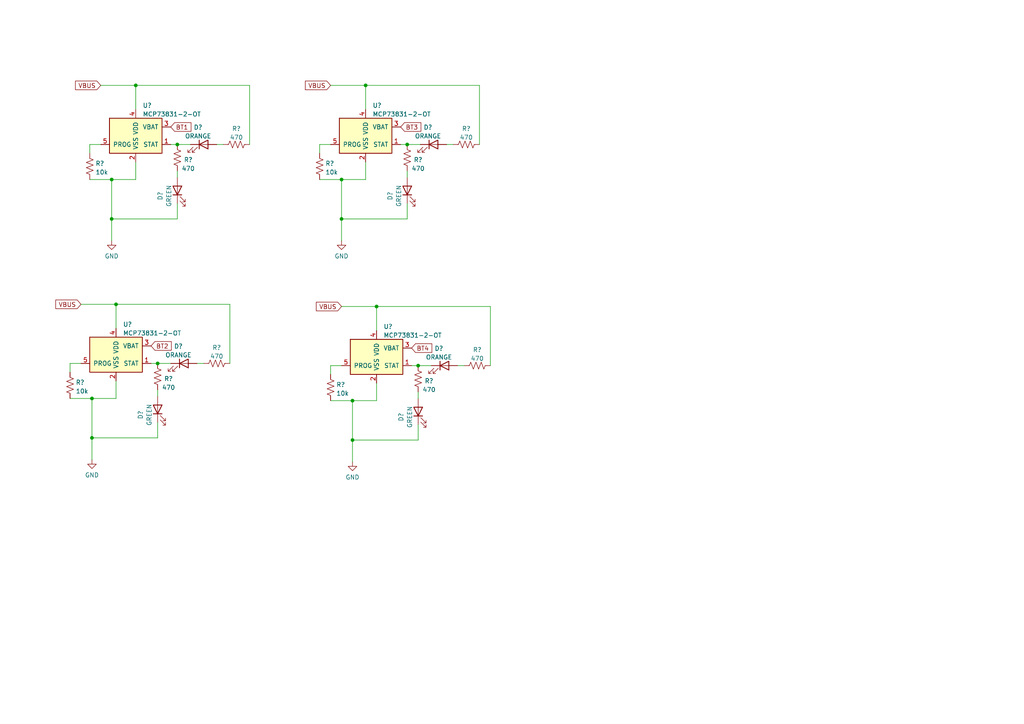
<source format=kicad_sch>
(kicad_sch (version 20211123) (generator eeschema)
  (paper "A4")
  (lib_symbols
    (symbol "Battery_Management:MCP73831-2-OT" (pin_names (offset 1.016))
      (property "Reference" "U" (at -7.62 6.35 0))
      (property "Value" "MCP73831-2-OT" (at 1.27 6.35 0))
      (symbol "MCP73831-2-OT_0_1"
        (rectangle (start -7.62 5.08) (end 7.62 -5.08) (stroke (width 0.254)) (fill (type background)))
      )
      (symbol "MCP73831-2-OT_1_1"
        (pin output line (at 10.16 -2.54 180) (length 2.54) (name "STAT") (number "1"))
        (pin power_in line (at 0 -7.62 90) (length 2.54) (name "VSS") (number "2"))
        (pin power_out line (at 10.16 2.54 180) (length 2.54) (name "VBAT") (number "3"))
        (pin power_in line (at 0 7.62 270) (length 2.54) (name "VDD") (number "4"))
        (pin input line (at -10.16 -2.54 0) (length 2.54) (name "PROG") (number "5"))
      )
    )
    (symbol "Device:LED" (pin_numbers hide) (pin_names (offset 1.016) hide)
      (property "Reference" "D" (at 0 2.54 0))
      (property "Value" "LED" (at 0 -2.54 0))
      (symbol "LED_0_1"
        (polyline (pts (xy -1.27 -1.27) (xy -1.27 1.27)) (stroke (width 0.254)))
        (polyline (pts (xy -1.27 0) (xy 1.27 0)))
        (polyline (pts (xy 1.27 -1.27) (xy 1.27 1.27) (xy -1.27 0) (xy 1.27 -1.27)) (stroke (width 0.254)))
        (polyline (pts (xy -3.048 -0.762) (xy -4.572 -2.286) (xy -3.81 -2.286) (xy -4.572 -2.286) (xy -4.572 -1.524)))
        (polyline (pts (xy -1.778 -0.762) (xy -3.302 -2.286) (xy -2.54 -2.286) (xy -3.302 -2.286) (xy -3.302 -1.524)))
      )
      (symbol "LED_1_1"
        (pin passive line (at -3.81 0 0) (length 2.54) (name "K") (number "1"))
        (pin passive line (at 3.81 0 180) (length 2.54) (name "A") (number "2"))
      )
    )
    (symbol "Device:R_US" (pin_numbers hide) (pin_names (offset 0))
      (property "Reference" "R" (at 2.54 0 90))
      (property "Value" "R_US" (at -2.54 0 90))
      (symbol "R_US_0_1"
        (polyline (pts (xy 0 -2.286) (xy 0 -2.54)))
        (polyline (pts (xy 0 2.286) (xy 0 2.54)))
        (polyline (pts (xy 0 -0.762) (xy 1.016 -1.143) (xy 0 -1.524) (xy -1.016 -1.905) (xy 0 -2.286)))
        (polyline (pts (xy 0 0.762) (xy 1.016 0.381) (xy 0 0) (xy -1.016 -0.381) (xy 0 -0.762)))
        (polyline (pts (xy 0 2.286) (xy 1.016 1.905) (xy 0 1.524) (xy -1.016 1.143) (xy 0 0.762)))
      )
      (symbol "R_US_1_1"
        (pin passive line (at 0 3.81 270) (length 1.27) (name "~") (number "1"))
        (pin passive line (at 0 -3.81 90) (length 1.27) (name "~") (number "2"))
      )
    )
    (symbol "power:GND" (power) (pin_names (offset 0))
      (property "Value" "GND" (at 0 -3.81 0))
      (symbol "GND_0_1"
        (polyline (pts (xy 0 0) (xy 0 -1.27) (xy 1.27 -1.27) (xy 0 -2.54) (xy -1.27 -1.27) (xy 0 -1.27)))
      )
      (symbol "GND_1_1"
        (pin power_in line (at 0 0 270) (length 0) hide (name "GND") (number "1"))
      )
    )
  )
  (junction (at 109.22 88.9))
  (junction (at 102.235 127.635))
  (junction (at 106.045 24.765))
  (junction (at 121.285 106.045))
  (junction (at 33.655 88.265))
  (junction (at 32.385 63.5))
  (junction (at 99.06 52.07))
  (junction (at 99.06 63.5))
  (junction (at 39.37 24.765))
  (junction (at 118.11 41.91))
  (junction (at 26.67 115.57))
  (junction (at 45.72 105.41))
  (junction (at 51.435 41.91))
  (junction (at 26.67 127))
  (junction (at 102.235 116.205))
  (junction (at 32.385 52.07))
  (wire (pts (xy 102.235 116.205) (xy 95.885 116.205)))
  (wire (pts (xy 118.11 49.53) (xy 118.11 51.435)))
  (wire (pts (xy 39.37 46.99) (xy 39.37 52.07)))
  (wire (pts (xy 45.72 122.555) (xy 45.72 127)))
  (wire (pts (xy 102.235 116.205) (xy 102.235 127.635)))
  (wire (pts (xy 95.885 108.585) (xy 95.885 106.045)))
  (wire (pts (xy 95.885 24.765) (xy 106.045 24.765)))
  (wire (pts (xy 23.495 88.265) (xy 33.655 88.265)))
  (wire (pts (xy 99.06 88.9) (xy 109.22 88.9)))
  (wire (pts (xy 129.54 41.91) (xy 131.445 41.91)))
  (wire (pts (xy 33.655 115.57) (xy 26.67 115.57)))
  (wire (pts (xy 121.285 127.635) (xy 102.235 127.635)))
  (wire (pts (xy 32.385 52.07) (xy 32.385 63.5)))
  (wire (pts (xy 121.285 123.19) (xy 121.285 127.635)))
  (wire (pts (xy 33.655 88.265) (xy 33.655 95.25)))
  (wire (pts (xy 49.53 41.91) (xy 51.435 41.91)))
  (wire (pts (xy 132.715 106.045) (xy 134.62 106.045)))
  (wire (pts (xy 72.39 24.765) (xy 39.37 24.765)))
  (wire (pts (xy 99.06 52.07) (xy 92.71 52.07)))
  (wire (pts (xy 26.67 127) (xy 26.67 133.35)))
  (wire (pts (xy 39.37 24.765) (xy 39.37 31.75)))
  (wire (pts (xy 66.675 105.41) (xy 66.675 88.265)))
  (wire (pts (xy 51.435 63.5) (xy 32.385 63.5)))
  (wire (pts (xy 116.205 41.91) (xy 118.11 41.91)))
  (wire (pts (xy 99.06 63.5) (xy 99.06 69.85)))
  (wire (pts (xy 121.285 106.045) (xy 125.095 106.045)))
  (wire (pts (xy 26.035 41.91) (xy 29.21 41.91)))
  (wire (pts (xy 26.67 115.57) (xy 20.32 115.57)))
  (wire (pts (xy 45.72 127) (xy 26.67 127)))
  (wire (pts (xy 66.675 88.265) (xy 33.655 88.265)))
  (wire (pts (xy 20.32 105.41) (xy 23.495 105.41)))
  (wire (pts (xy 95.885 106.045) (xy 99.06 106.045)))
  (wire (pts (xy 26.67 115.57) (xy 26.67 127)))
  (wire (pts (xy 121.285 113.665) (xy 121.285 115.57)))
  (wire (pts (xy 62.865 41.91) (xy 64.77 41.91)))
  (wire (pts (xy 92.71 44.45) (xy 92.71 41.91)))
  (wire (pts (xy 106.045 52.07) (xy 99.06 52.07)))
  (wire (pts (xy 142.24 88.9) (xy 109.22 88.9)))
  (wire (pts (xy 118.11 63.5) (xy 99.06 63.5)))
  (wire (pts (xy 57.15 105.41) (xy 59.055 105.41)))
  (wire (pts (xy 32.385 63.5) (xy 32.385 69.85)))
  (wire (pts (xy 43.815 105.41) (xy 45.72 105.41)))
  (wire (pts (xy 109.22 116.205) (xy 102.235 116.205)))
  (wire (pts (xy 106.045 24.765) (xy 106.045 31.75)))
  (wire (pts (xy 72.39 41.91) (xy 72.39 24.765)))
  (wire (pts (xy 118.11 41.91) (xy 121.92 41.91)))
  (wire (pts (xy 45.72 105.41) (xy 49.53 105.41)))
  (wire (pts (xy 92.71 41.91) (xy 95.885 41.91)))
  (wire (pts (xy 45.72 113.03) (xy 45.72 114.935)))
  (wire (pts (xy 29.21 24.765) (xy 39.37 24.765)))
  (wire (pts (xy 26.035 44.45) (xy 26.035 41.91)))
  (wire (pts (xy 51.435 59.055) (xy 51.435 63.5)))
  (wire (pts (xy 142.24 106.045) (xy 142.24 88.9)))
  (wire (pts (xy 102.235 127.635) (xy 102.235 133.985)))
  (wire (pts (xy 33.655 110.49) (xy 33.655 115.57)))
  (wire (pts (xy 51.435 49.53) (xy 51.435 51.435)))
  (wire (pts (xy 109.22 88.9) (xy 109.22 95.885)))
  (wire (pts (xy 118.11 59.055) (xy 118.11 63.5)))
  (wire (pts (xy 139.065 41.91) (xy 139.065 24.765)))
  (wire (pts (xy 106.045 46.99) (xy 106.045 52.07)))
  (wire (pts (xy 99.06 52.07) (xy 99.06 63.5)))
  (wire (pts (xy 109.22 111.125) (xy 109.22 116.205)))
  (wire (pts (xy 20.32 107.95) (xy 20.32 105.41)))
  (wire (pts (xy 32.385 52.07) (xy 26.035 52.07)))
  (wire (pts (xy 119.38 106.045) (xy 121.285 106.045)))
  (wire (pts (xy 51.435 41.91) (xy 55.245 41.91)))
  (wire (pts (xy 139.065 24.765) (xy 106.045 24.765)))
  (wire (pts (xy 39.37 52.07) (xy 32.385 52.07)))
  (global_label "BT3" (shape input) (at 116.205 36.83 0) (property "Intersheet References" "${INTERSHEET_REFS}" (effects hide)))
  (global_label "BT2" (shape input) (at 43.815 100.33 0) (property "Intersheet References" "${INTERSHEET_REFS}" (effects hide)))
  (global_label "VBUS" (shape input) (at 95.885 24.765 180) (property "Intersheet References" "${INTERSHEET_REFS}" (effects hide)))
  (global_label "VBUS" (shape input) (at 29.21 24.765 180) (property "Intersheet References" "${INTERSHEET_REFS}" (effects hide)))
  (global_label "VBUS" (shape input) (at 99.06 88.9 180) (property "Intersheet References" "${INTERSHEET_REFS}" (effects hide)))
  (global_label "VBUS" (shape input) (at 23.495 88.265 180) (property "Intersheet References" "${INTERSHEET_REFS}" (effects hide)))
  (global_label "BT4" (shape input) (at 119.38 100.965 0) (property "Intersheet References" "${INTERSHEET_REFS}" (effects hide)))
  (global_label "BT1" (shape input) (at 49.53 36.83 0) (property "Intersheet References" "${INTERSHEET_REFS}" (effects hide)))
  (symbol (lib_id "Device:R_US") (at 121.285 109.855 180) (unit 1)
    (property "Reference" "R?" (at 124.46 110.4931 0))
    (property "Value" "470" (at 124.46 113.03 0))
    (property "Footprint" "Resistor_SMD:R_0805_2012Metric" (effects hide))
  )
  (symbol (lib_id "Device:LED") (at 128.905 106.045 0) (unit 1)
    (property "Reference" "D?" (at 127.3175 101.0752 0))
    (property "Value" "ORANGE" (at 127.3175 103.6121 0))
    (property "Footprint" "LED_SMD:LED_0805_2012Metric" (effects hide))
  )
  (symbol (lib_id "Device:R_US") (at 68.58 41.91 90) (unit 1)
    (property "Reference" "R?" (at 68.58 37.3212 90))
    (property "Value" "470" (at 68.58 39.8581 90))
    (property "Footprint" "Resistor_SMD:R_0805_2012Metric" (effects hide))
  )
  (symbol (lib_id "Device:LED") (at 45.72 118.745 90) (unit 1)
    (property "Reference" "D?" (at 40.7502 120.3325 0))
    (property "Value" "GREEN" (at 43.2871 120.3325 0))
    (property "Footprint" "LED_SMD:LED_0805_2012Metric" (effects hide))
  )
  (symbol (lib_id "Device:R_US") (at 92.71 48.26 0) (unit 1)
    (property "Reference" "R?" (at 94.361 47.4253 0) (effects (justify left)))
    (property "Value" "10k" (at 94.361 49.9622 0) (effects (justify left)))
    (property "Footprint" "Resistor_SMD:R_0805_2012Metric" (effects hide))
  )
  (symbol (lib_id "Battery_Management:MCP73831-2-OT") (at 33.655 102.87 0) (unit 1)
    (property "Reference" "U?" (at 35.6744 94.0902 0) (effects (justify left)))
    (property "Value" "MCP73831-2-OT" (at 35.6744 96.6271 0) (effects (justify left)))
    (property "Footprint" "Package_TO_SOT_SMD:SOT-23-5" (effects hide))
    (property "Datasheet" "http://ww1.microchip.com/downloads/en/DeviceDoc/20001984g.pdf" (effects hide))
  )
  (symbol (lib_id "Device:R_US") (at 138.43 106.045 90) (unit 1)
    (property "Reference" "R?" (at 138.43 101.4562 90))
    (property "Value" "470" (at 138.43 103.9931 90))
    (property "Footprint" "Resistor_SMD:R_0805_2012Metric" (effects hide))
  )
  (symbol (lib_id "Device:R_US") (at 118.11 45.72 180) (unit 1)
    (property "Reference" "R?" (at 121.285 46.3581 0))
    (property "Value" "470" (at 121.285 48.895 0))
    (property "Footprint" "Resistor_SMD:R_0805_2012Metric" (effects hide))
  )
  (symbol (lib_id "Device:LED") (at 59.055 41.91 0) (unit 1)
    (property "Reference" "D?" (at 57.4675 36.9402 0))
    (property "Value" "ORANGE" (at 57.4675 39.4771 0))
    (property "Footprint" "LED_SMD:LED_0805_2012Metric" (effects hide))
  )
  (symbol (lib_id "Device:R_US") (at 62.865 105.41 90) (unit 1)
    (property "Reference" "R?" (at 62.865 100.8212 90))
    (property "Value" "470" (at 62.865 103.3581 90))
    (property "Footprint" "Resistor_SMD:R_0805_2012Metric" (effects hide))
  )
  (symbol (lib_id "Battery_Management:MCP73831-2-OT") (at 39.37 39.37 0) (unit 1)
    (property "Reference" "U?" (at 41.3894 30.5902 0) (effects (justify left)))
    (property "Value" "MCP73831-2-OT" (at 41.3894 33.1271 0) (effects (justify left)))
    (property "Footprint" "Package_TO_SOT_SMD:SOT-23-5" (effects hide))
    (property "Datasheet" "http://ww1.microchip.com/downloads/en/DeviceDoc/20001984g.pdf" (effects hide))
  )
  (symbol (lib_id "Device:R_US") (at 95.885 112.395 0) (unit 1)
    (property "Reference" "R?" (at 97.536 111.5603 0) (effects (justify left)))
    (property "Value" "10k" (at 97.536 114.0972 0) (effects (justify left)))
    (property "Footprint" "Resistor_SMD:R_0805_2012Metric" (effects hide))
  )
  (symbol (lib_id "Device:LED") (at 118.11 55.245 90) (unit 1)
    (property "Reference" "D?" (at 113.1402 56.8325 0))
    (property "Value" "GREEN" (at 115.6771 56.8325 0))
    (property "Footprint" "LED_SMD:LED_0805_2012Metric" (effects hide))
  )
  (symbol (lib_id "Device:LED") (at 125.73 41.91 0) (unit 1)
    (property "Reference" "D?" (at 124.1425 36.9402 0))
    (property "Value" "ORANGE" (at 124.1425 39.4771 0))
    (property "Footprint" "LED_SMD:LED_0805_2012Metric" (effects hide))
  )
  (symbol (lib_id "Device:R_US") (at 135.255 41.91 90) (unit 1)
    (property "Reference" "R?" (at 135.255 37.3212 90))
    (property "Value" "470" (at 135.255 39.8581 90))
    (property "Footprint" "Resistor_SMD:R_0805_2012Metric" (effects hide))
  )
  (symbol (lib_id "Battery_Management:MCP73831-2-OT") (at 109.22 103.505 0) (unit 1)
    (property "Reference" "U?" (at 111.2394 94.7252 0) (effects (justify left)))
    (property "Value" "MCP73831-2-OT" (at 111.2394 97.2621 0) (effects (justify left)))
    (property "Footprint" "Package_TO_SOT_SMD:SOT-23-5" (effects hide))
    (property "Datasheet" "http://ww1.microchip.com/downloads/en/DeviceDoc/20001984g.pdf" (effects hide))
  )
  (symbol (lib_id "power:GND") (at 102.235 133.985 0) (unit 1)
    (property "Reference" "#PWR?" (effects hide))
    (property "Value" "GND" (at 102.235 138.4284 0))
  )
  (symbol (lib_id "Device:R_US") (at 26.035 48.26 0) (unit 1)
    (property "Reference" "R?" (at 27.686 47.4253 0) (effects (justify left)))
    (property "Value" "10k" (at 27.686 49.9622 0) (effects (justify left)))
    (property "Footprint" "Resistor_SMD:R_0805_2012Metric" (effects hide))
  )
  (symbol (lib_id "Device:R_US") (at 20.32 111.76 0) (unit 1)
    (property "Reference" "R?" (at 21.971 110.9253 0) (effects (justify left)))
    (property "Value" "10k" (at 21.971 113.4622 0) (effects (justify left)))
    (property "Footprint" "Resistor_SMD:R_0805_2012Metric" (effects hide))
  )
  (symbol (lib_id "power:GND") (at 26.67 133.35 0) (unit 1)
    (property "Reference" "#PWR?" (effects hide))
    (property "Value" "GND" (at 26.67 137.7934 0))
  )
  (symbol (lib_id "power:GND") (at 32.385 69.85 0) (unit 1)
    (property "Reference" "#PWR?" (effects hide))
    (property "Value" "GND" (at 32.385 74.2934 0))
  )
  (symbol (lib_id "Device:LED") (at 121.285 119.38 90) (unit 1)
    (property "Reference" "D?" (at 116.3152 120.9675 0))
    (property "Value" "GREEN" (at 118.8521 120.9675 0))
    (property "Footprint" "LED_SMD:LED_0805_2012Metric" (effects hide))
  )
  (symbol (lib_id "power:GND") (at 99.06 69.85 0) (unit 1)
    (property "Reference" "#PWR?" (effects hide))
    (property "Value" "GND" (at 99.06 74.2934 0))
  )
  (symbol (lib_id "Device:R_US") (at 51.435 45.72 180) (unit 1)
    (property "Reference" "R?" (at 54.61 46.3581 0))
    (property "Value" "470" (at 54.61 48.895 0))
    (property "Footprint" "Resistor_SMD:R_0805_2012Metric" (effects hide))
  )
  (symbol (lib_id "Device:LED") (at 53.34 105.41 0) (unit 1)
    (property "Reference" "D?" (at 51.7525 100.4402 0))
    (property "Value" "ORANGE" (at 51.7525 102.9771 0))
    (property "Footprint" "LED_SMD:LED_0805_2012Metric" (effects hide))
  )
  (symbol (lib_id "Device:LED") (at 51.435 55.245 90) (unit 1)
    (property "Reference" "D?" (at 46.4652 56.8325 0))
    (property "Value" "GREEN" (at 49.0021 56.8325 0))
    (property "Footprint" "LED_SMD:LED_0805_2012Metric" (effects hide))
  )
  (symbol (lib_id "Device:R_US") (at 45.72 109.22 180) (unit 1)
    (property "Reference" "R?" (at 48.895 109.8581 0))
    (property "Value" "470" (at 48.895 112.395 0))
    (property "Footprint" "Resistor_SMD:R_0805_2012Metric" (effects hide))
  )
  (symbol (lib_id "Battery_Management:MCP73831-2-OT") (at 106.045 39.37 0) (unit 1)
    (property "Reference" "U?" (at 108.0644 30.5902 0) (effects (justify left)))
    (property "Value" "MCP73831-2-OT" (at 108.0644 33.1271 0) (effects (justify left)))
    (property "Footprint" "Package_TO_SOT_SMD:SOT-23-5" (effects hide))
    (property "Datasheet" "http://ww1.microchip.com/downloads/en/DeviceDoc/20001984g.pdf" (effects hide))
  )
)
</source>
